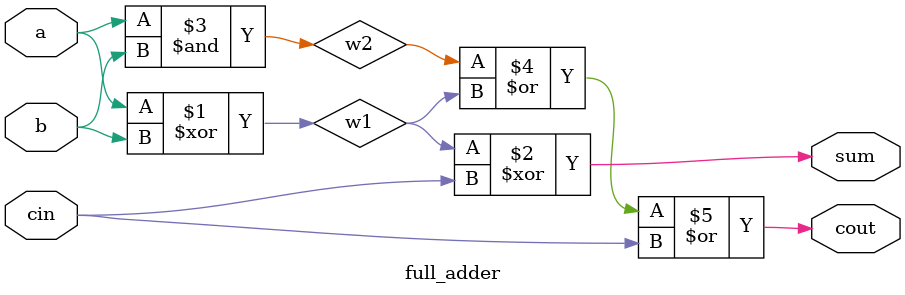
<source format=sv>
module top_module (
    input [3:0] x,
    input [3:0] y,
    output [4:0] sum
);
    wire [3:0] carry;
    
    // Full adder instances
    full_adder fa0(.a(x[0]), .b(y[0]), .cin(0), .sum(sum[0]), .cout(carry[0]));
    full_adder fa1(.a(x[1]), .b(y[1]), .cin(carry[0]), .sum(sum[1]), .cout(carry[1]));
    full_adder fa2(.a(x[2]), .b(y[2]), .cin(carry[1]), .sum(sum[2]), .cout(carry[2]));
    full_adder fa3(.a(x[3]), .b(y[3]), .cin(carry[2]), .sum(sum[3]), .cout(carry[3]));
    
    // Overflow bit
    assign sum[4] = carry[3];
    
endmodule
module full_adder (
    input a,
    input b,
    input cin,
    output sum,
    output cout
);
    wire w1, w2;
    
    // First stage
    xor (w1, a, b);
    xor (sum, w1, cin);
    
    // Second stage
    and (w2, a, b);
    or (cout, w2, w1, cin);
    
endmodule

</source>
